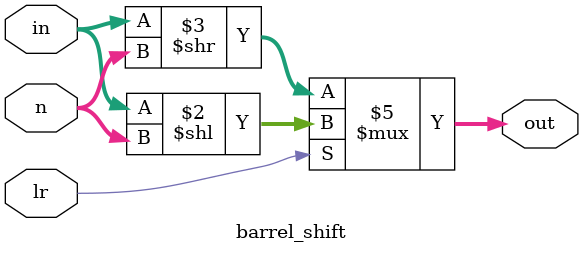
<source format=v>
`timescale 1ns / 1ps
module barrel_shift(out,in,n,lr);
input [7:0]in;
input[2:0]n;input lr;
output reg [7:0]out;
always @(*)
begin
 if(lr)
    out=in<<n;
 else 
    out=in>>n;
end
endmodule

</source>
